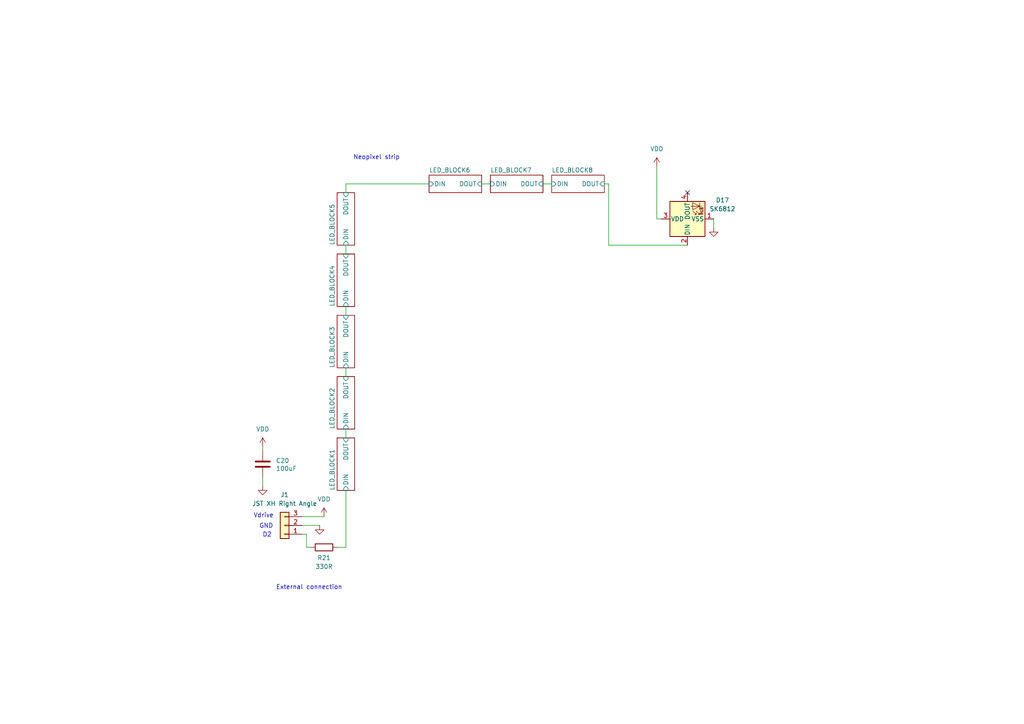
<source format=kicad_sch>
(kicad_sch (version 20250114) (generator "eeschema") (generator_version "9.0")
  (paper "A4")
  (lib_symbols
    (symbol "Connector_Generic:Conn_01x03" (pin_names (offset 1.016) (hide yes))
      (property "Reference" "J" (at 0 5.08 0))
      (property "Value" "Conn_01x03" (at 0 -5.08 0))
      (symbol "Conn_01x03_1_1"
        (rectangle (start -1.27 3.81) (end 1.27 -3.81) (stroke (width 0.254)) (fill (type background)))
        (rectangle (start -1.27 2.667) (end 0 2.413) (stroke (width 0.1524)))
        (rectangle (start -1.27 0.127) (end 0 -0.127) (stroke (width 0.1524)))
        (rectangle (start -1.27 -2.413) (end 0 -2.667) (stroke (width 0.1524)))
        (pin passive line (at -5.08 2.54 0) (length 3.81) (name "Pin_1") (number "1"))
        (pin passive line (at -5.08 0 0) (length 3.81) (name "Pin_2") (number "2"))
        (pin passive line (at -5.08 -2.54 0) (length 3.81) (name "Pin_3") (number "3"))
      )
    )
    (symbol "Device:C" (pin_numbers (hide yes)) (pin_names (offset 0.254))
      (property "Reference" "C" (at 0.635 2.54 0))
      (property "Value" "C" (at 0.635 -2.54 0))
      (symbol "C_0_1"
        (polyline (pts (xy -2.032 0.762) (xy 2.032 0.762)) (stroke (width 0.508)))
        (polyline (pts (xy -2.032 -0.762) (xy 2.032 -0.762)) (stroke (width 0.508)))
      )
      (symbol "C_1_1"
        (pin passive line (at 0 3.81 270) (length 2.794) (name "~") (number "1"))
        (pin passive line (at 0 -3.81 90) (length 2.794) (name "~") (number "2"))
      )
    )
    (symbol "Device:R" (pin_numbers (hide yes)) (pin_names (offset 0))
      (property "Reference" "R" (at 2.032 0 90))
      (property "Value" "R" (at 0 0 90))
      (symbol "R_0_1"
        (rectangle (start -1.016 -2.54) (end 1.016 2.54) (stroke (width 0.254)))
      )
      (symbol "R_1_1"
        (pin passive line (at 0 3.81 270) (length 1.27) (name "~") (number "1"))
        (pin passive line (at 0 -3.81 90) (length 1.27) (name "~") (number "2"))
      )
    )
    (symbol "LED:SK6812" (pin_names (offset 0.254))
      (property "Reference" "D" (at 5.08 5.715 0))
      (property "Value" "SK6812" (at 1.27 -5.715 0))
      (symbol "SK6812_0_0"
        (text "RGB" (at 2.286 -4.191 0) (effects (font (size 0.762 0.762))))
      )
      (symbol "SK6812_0_1"
        (polyline (pts (xy 1.27 -2.54) (xy 1.778 -2.54)))
        (polyline (pts (xy 1.27 -3.556) (xy 1.778 -3.556)))
        (polyline (pts (xy 2.286 -1.524) (xy 1.27 -2.54) (xy 1.27 -2.032)))
        (polyline (pts (xy 2.286 -2.54) (xy 1.27 -3.556) (xy 1.27 -3.048)))
        (polyline (pts (xy 3.683 -1.016) (xy 3.683 -3.556) (xy 3.683 -4.064)))
        (polyline (pts (xy 4.699 -1.524) (xy 2.667 -1.524) (xy 3.683 -3.556) (xy 4.699 -1.524)))
        (polyline (pts (xy 4.699 -3.556) (xy 2.667 -3.556)))
        (rectangle (start 5.08 5.08) (end -5.08 -5.08) (stroke (width 0.254)) (fill (type background)))
      )
      (symbol "SK6812_1_1"
        (pin input line (at -7.62 0 0) (length 2.54) (name "DIN") (number "2"))
        (pin power_in line (at 0 7.62 270) (length 2.54) (name "VDD") (number "3"))
        (pin power_in line (at 0 -7.62 90) (length 2.54) (name "VSS") (number "1"))
        (pin output line (at 7.62 0 180) (length 2.54) (name "DOUT") (number "4"))
      )
    )
    (symbol "power:GND" (power) (pin_numbers (hide yes)) (pin_names (offset 0) (hide yes))
      (property "Value" "GND" (at 0 -3.81 0))
      (symbol "GND_0_1"
        (polyline (pts (xy 0 0) (xy 0 -1.27) (xy 1.27 -1.27) (xy 0 -2.54) (xy -1.27 -1.27) (xy 0 -1.27)))
      )
      (symbol "GND_1_1"
        (pin power_in line (at 0 0 270) (length 0) (name "~") (number "1"))
      )
    )
    (symbol "power:VDD" (power) (pin_numbers (hide yes)) (pin_names (offset 0) (hide yes))
      (property "Value" "VDD" (at 0 3.556 0))
      (symbol "VDD_0_1"
        (polyline (pts (xy -0.762 1.27) (xy 0 2.54)))
        (polyline (pts (xy 0 2.54) (xy 0.762 1.27)))
        (polyline (pts (xy 0 0) (xy 0 2.54)))
      )
      (symbol "VDD_1_1"
        (pin power_in line (at 0 0 90) (length 0) (name "~") (number "1"))
      )
    )
  )
  (text "External connection" (at 89.662 170.434 0) (effects (font (size 1.27 1.27))))
  (text "Vdrive\n" (at 76.454 149.606 0) (effects (font (size 1.27 1.27))))
  (text "D2" (at 77.47 155.194 0) (effects (font (size 1.27 1.27))))
  (text "Neopixel strip" (at 109.22 45.72 0) (effects (font (size 1.27 1.27))))
  (text "GND\n" (at 77.216 152.654 0) (effects (font (size 1.27 1.27))))
  (no_connect (at 199.39 55.88))
  (wire (pts (xy 176.53 71.12) (xy 176.53 53.34)))
  (wire (pts (xy 76.2 129.54) (xy 76.2 130.81)))
  (wire (pts (xy 100.33 53.34) (xy 124.46 53.34)))
  (wire (pts (xy 100.33 71.12) (xy 100.33 73.66)))
  (wire (pts (xy 100.33 53.34) (xy 100.33 55.88)))
  (wire (pts (xy 100.33 88.9) (xy 100.33 91.44)))
  (wire (pts (xy 199.39 71.12) (xy 176.53 71.12)))
  (wire (pts (xy 176.53 53.34) (xy 175.26 53.34)))
  (wire (pts (xy 88.9 158.75) (xy 88.9 154.94)))
  (wire (pts (xy 100.33 106.68) (xy 100.33 109.22)))
  (wire (pts (xy 160.02 53.34) (xy 157.48 53.34)))
  (wire (pts (xy 87.63 149.86) (xy 93.98 149.86)))
  (wire (pts (xy 207.01 63.5) (xy 207.01 66.04)))
  (wire (pts (xy 142.24 53.34) (xy 139.7 53.34)))
  (wire (pts (xy 97.79 158.75) (xy 100.33 158.75)))
  (wire (pts (xy 88.9 158.75) (xy 90.17 158.75)))
  (wire (pts (xy 87.63 152.4) (xy 92.71 152.4)))
  (wire (pts (xy 190.5 63.5) (xy 191.77 63.5)))
  (wire (pts (xy 76.2 140.97) (xy 76.2 138.43)))
  (wire (pts (xy 100.33 124.46) (xy 100.33 127)))
  (wire (pts (xy 100.33 158.75) (xy 100.33 142.24)))
  (wire (pts (xy 88.9 154.94) (xy 87.63 154.94)))
  (wire (pts (xy 190.5 48.26) (xy 190.5 63.5)))
  (symbol (lib_id "LED:SK6812") (at 199.39 63.5 90) (unit 1)
    (property "Reference" "D17" (at 209.55 58.0546 90))
    (property "Value" "SK6812" (at 209.55 60.5946 90))
    (property "Footprint" "LED_SMD:LED_SK6812_PLCC4_5.0x5.0mm_P3.2mm" (effects (hide yes)))
    (property "Datasheet" "https://cdn-shop.adafruit.com/product-files/1138/SK6812+LED+datasheet+.pdf" (effects (hide yes)))
    (property "Description" "RGB LED with integrated controller" (effects (hide yes)))
  )
  (symbol (lib_id "power:VDD") (at 76.2 129.54 0) (unit 1)
    (property "Reference" "#PWR040" (effects (hide yes)))
    (property "Value" "VDD" (at 76.2 124.46 0))
    (property "Description" "Power symbol creates a global label with name \"VDD\"" (effects (hide yes)))
  )
  (symbol (lib_id "Device:C") (at 76.2 134.62 180) (unit 1)
    (property "Reference" "C20" (at 80.01 133.604 0) (effects (justify right)))
    (property "Value" "100uF" (at 80.01 135.89 0) (effects (justify right)))
    (property "Footprint" "Capacitor_THT:CP_Radial_D8.0mm_P3.50mm" (effects (hide yes)))
    (property "Description" "Unpolarized capacitor" (effects (hide yes)))
  )
  (symbol (lib_id "power:VDD") (at 190.5 48.26 0) (unit 1)
    (property "Reference" "#PWR0113" (effects (hide yes)))
    (property "Value" "VDD" (at 190.5 43.18 0))
    (property "Description" "Power symbol creates a global label with name \"VDD\"" (effects (hide yes)))
  )
  (symbol (lib_id "power:VDD") (at 93.98 149.86 0) (unit 1)
    (property "Reference" "#PWR07" (effects (hide yes)))
    (property "Value" "VDD" (at 93.98 144.78 0))
    (property "Description" "Power symbol creates a global label with name \"VDD\"" (effects (hide yes)))
  )
  (symbol (lib_id "Connector_Generic:Conn_01x03") (at 82.55 152.4 180) (unit 1)
    (property "Reference" "J1" (at 82.55 143.51 0))
    (property "Value" "JST XH Right Angle" (at 82.55 146.05 0))
    (property "Footprint" "Connector_PinHeader_2.54mm:PinHeader_1x03_P2.54mm_Vertical" (effects (hide yes)))
    (property "Description" "Generic connector, single row, 01x03, script generated (kicad-library-utils/schlib/autogen/connector/)" (effects (hide yes)))
  )
  (symbol (lib_id "power:GND") (at 92.71 152.4 0) (unit 1)
    (property "Reference" "#PWR043" (effects (hide yes)))
    (property "Value" "GND" (effects (hide yes)))
    (property "Description" "Power symbol creates a global label with name \"GND\" , ground" (effects (hide yes)))
  )
  (symbol (lib_id "power:GND") (at 207.01 66.04 0) (unit 1)
    (property "Reference" "#PWR084" (effects (hide yes)))
    (property "Value" "GND" (effects (hide yes)))
    (property "Description" "Power symbol creates a global label with name \"GND\" , ground" (effects (hide yes)))
  )
  (symbol (lib_id "Device:R") (at 93.98 158.75 90) (mirror x) (unit 1)
    (property "Reference" "R21" (at 93.98 161.798 90))
    (property "Value" "330R" (at 93.98 164.338 90))
    (property "Footprint" "R_Axial_DIN0207_L6.3mm_D2.5mm_P7.62mm_Horizontal" (effects (hide yes)))
    (property "Description" "Resistor" (effects (hide yes)))
  )
  (symbol (lib_id "power:GND") (at 76.2 140.97 0) (unit 1)
    (property "Reference" "#PWR042" (effects (hide yes)))
    (property "Value" "GND" (effects (hide yes)))
    (property "Description" "Power symbol creates a global label with name \"GND\" , ground" (effects (hide yes)))
  )
  (sheet (at 97.79 127) (size 5.08 15.24) (stroke (width 0.1524))
    (property "Sheetname" "LED_BLOCK1" (at 97.0784 142.24 90) (effects (justify left bottom)))
    (property "Sheetfile" "led_block.kicad_sch" (effects (hide yes)))
    (pin "DOUT" input (at 100.33 127 90))
    (pin "DIN" input (at 100.33 142.24 270))
  )
  (sheet (at 142.24 50.8) (size 15.24 5.08) (stroke (width 0.1524))
    (property "Sheetname" "LED_BLOCK7" (at 142.24 50.0884 0) (effects (justify left bottom)))
    (property "Sheetfile" "led_block.kicad_sch" (effects (hide yes)))
    (pin "DOUT" input (at 157.48 53.34 0))
    (pin "DIN" input (at 142.24 53.34 180))
  )
  (sheet (at 160.02 50.8) (size 15.24 5.08) (stroke (width 0.1524))
    (property "Sheetname" "LED_BLOCK8" (at 160.02 50.0884 0) (effects (justify left bottom)))
    (property "Sheetfile" "led_block.kicad_sch" (effects (hide yes)))
    (pin "DOUT" input (at 175.26 53.34 0))
    (pin "DIN" input (at 160.02 53.34 180))
  )
  (sheet (at 97.79 55.88) (size 5.08 15.24) (stroke (width 0.1524))
    (property "Sheetname" "LED_BLOCK5" (at 97.0784 71.12 90) (effects (justify left bottom)))
    (property "Sheetfile" "led_block.kicad_sch" (effects (hide yes)))
    (pin "DOUT" input (at 100.33 55.88 90))
    (pin "DIN" input (at 100.33 71.12 270))
  )
  (sheet (at 97.79 73.66) (size 5.08 15.24) (stroke (width 0.1524))
    (property "Sheetname" "LED_BLOCK4" (at 97.0784 88.9 90) (effects (justify left bottom)))
    (property "Sheetfile" "led_block.kicad_sch" (effects (hide yes)))
    (pin "DOUT" input (at 100.33 73.66 90))
    (pin "DIN" input (at 100.33 88.9 270))
  )
  (sheet (at 97.79 109.22) (size 5.08 15.24) (stroke (width 0.1524))
    (property "Sheetname" "LED_BLOCK2" (at 97.0784 124.46 90) (effects (justify left bottom)))
    (property "Sheetfile" "led_block.kicad_sch" (effects (hide yes)))
    (pin "DOUT" input (at 100.33 109.22 90))
    (pin "DIN" input (at 100.33 124.46 270))
  )
  (sheet (at 124.46 50.8) (size 15.24 5.08) (stroke (width 0.1524))
    (property "Sheetname" "LED_BLOCK6" (at 124.46 50.0884 0) (effects (justify left bottom)))
    (property "Sheetfile" "led_block.kicad_sch" (effects (hide yes)))
    (pin "DOUT" input (at 139.7 53.34 0))
    (pin "DIN" input (at 124.46 53.34 180))
  )
  (sheet (at 97.79 91.44) (size 5.08 15.24) (stroke (width 0.1524))
    (property "Sheetname" "LED_BLOCK3" (at 97.0784 106.68 90) (effects (justify left bottom)))
    (property "Sheetfile" "led_block.kicad_sch" (effects (hide yes)))
    (pin "DOUT" input (at 100.33 91.44 90))
    (pin "DIN" input (at 100.33 106.68 270))
  )
)
</source>
